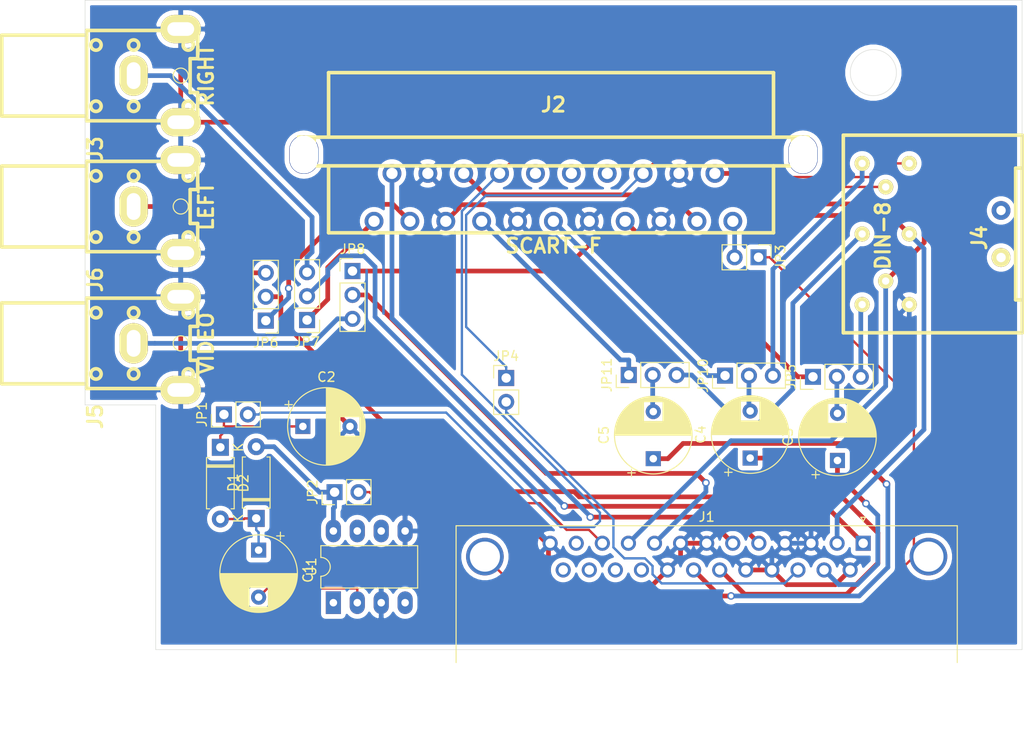
<source format=kicad_pcb>
(kicad_pcb (version 20171130) (host pcbnew "(5.1.5)-3")
  (layers (0 F.Cu signal) (31 B.Cu signal) (34 B.Paste user) (35 F.Paste user) (36 B.SilkS user) (37 F.SilkS user) (38 B.Mask user) (39 F.Mask user) (44 Edge.Cuts user))
  (net 0 "")
  (net 1 GND)
  (net 2 B)
  (net 3 G)
  (net 4 R)
  (net 5 C_VIDEO_OUT)
  (net 6 R_AUDIO_OUT)
  (net 7 L_AUDIO_OUT)
  (net 8 "Net-(C1-Pad2)")
  (net 9 "Net-(C1-Pad1)")
  (net 10 ASPECT_RATIO)
  (net 11 "Net-(D1-Pad2)")
  (net 12 Ys)
  (net 13 AV_CTRL)
  (net 14 C_VIDEO_IN)
  (net 15 R_AUDIO_IN)
  (net 16 L_AUDIO_IN)
  (net 17 R_AUDIO_IN_1)
  (net 18 L_AUDIO_IN_1)
  (net 19 C_VIDEO_IN_1)
  (net 20 "Net-(J2-Pad21)")
  (net 21 "Net-(C2-Pad1)")
  (net 22 RGB_switching)
  (net 23 C_VIDEO_IN_2)
  (net 24 "Net-(C3-Pad2)")
  (net 25 "Net-(C4-Pad2)")
  (net 26 "Net-(C5-Pad2)")
  (net 27 B_1)
  (net 28 G_1)
  (net 29 R_1)
  (net 30 R_AUDIO_IN_2)
  (net 31 G_2)
  (net 32 B_2)
  (net 33 R_2)
  (net 34 L_AUDIO_IN_2)
  (net 35 SHIELD)
  (module Connector_Audio:rca_audio (layer F.Cu) (at 53.6575 101.918 270)
    (fp_text reference J6 (at 7.77748 4.08432 90) (layer F.SilkS) (effects (font (size 1.524 1.524) (thickness 0.3048))))
    (fp_text value LEFT (at 0 -7.69874 90) (layer F.SilkS) (effects (font (size 1.524 1.524) (thickness 0.3048))))
    (pad 1 thru_hole oval (at 0 0) (size 3 4.3) (drill oval 1.45 2.85) (layers *.Cu *.Mask F.SilkS) (net 34 L_AUDIO_IN_2))
    (pad 2 thru_hole oval (at 4.95 -5 270) (size 3 4.3) (drill oval 1.45 2.85) (layers *.Cu *.Mask F.SilkS) (net 1 GND))
    (pad 2 thru_hole oval (at -4.95 -5 270) (size 3 4.3) (drill oval 1.45 2.85) (layers *.Cu *.Mask F.SilkS) (net 1 GND))
  )
  (module Connector_Audio:rca_audio (layer F.Cu) (at 53.6575 116.459 270)
    (fp_text reference J5 (at 7.77748 4.08432 90) (layer F.SilkS) (effects (font (size 1.524 1.524) (thickness 0.3048))))
    (fp_text value VIDEO (at 0 -7.69874 90) (layer F.SilkS) (effects (font (size 1.524 1.524) (thickness 0.3048))))
    (pad 1 thru_hole oval (at 0 0) (size 3 4.3) (drill oval 1.45 2.85) (layers *.Cu *.Mask F.SilkS) (net 23 C_VIDEO_IN_2))
    (pad 2 thru_hole oval (at 4.95 -5 270) (size 3 4.3) (drill oval 1.45 2.85) (layers *.Cu *.Mask F.SilkS) (net 1 GND))
    (pad 2 thru_hole oval (at -4.95 -5 270) (size 3 4.3) (drill oval 1.45 2.85) (layers *.Cu *.Mask F.SilkS) (net 1 GND))
  )
  (module Connector_Audio:rca_audio (layer F.Cu) (at 53.6575 88.011 270)
    (fp_text reference J3 (at 7.77748 4.08432 90) (layer F.SilkS) (effects (font (size 1.524 1.524) (thickness 0.3048))))
    (fp_text value RIGHT (at 0 -7.69874 90) (layer F.SilkS) (effects (font (size 1.524 1.524) (thickness 0.3048))))
    (pad 1 thru_hole oval (at 0 0) (size 3 4.3) (drill oval 1.45 2.85) (layers *.Cu *.Mask F.SilkS) (net 30 R_AUDIO_IN_2))
    (pad 2 thru_hole oval (at 4.95 -5 270) (size 3 4.3) (drill oval 1.45 2.85) (layers *.Cu *.Mask F.SilkS) (net 1 GND))
    (pad 2 thru_hole oval (at -4.95 -5 270) (size 3 4.3) (drill oval 1.45 2.85) (layers *.Cu *.Mask F.SilkS) (net 1 GND))
  )
  (module Connector_DIN:din8_msx (layer F.Cu) (at 136.017 104.838 90)
    (fp_text reference J4 (at -0.3937 7.45236 90) (layer F.SilkS) (effects (font (size 1.524 1.524) (thickness 0.3048))))
    (fp_text value DIN-8 (at -0.18796 -2.79654 90) (layer F.SilkS) (effects (font (size 1.524 1.524) (thickness 0.3048))))
    (pad "" thru_hole circle (at 2.5 9.75 180) (size 2 2) (drill 1) (layers *.Cu *.Mask))
    (pad "" thru_hole circle (at -2.5 9.75 180) (size 2 2) (drill 1) (layers *.Cu *.Mask F.SilkS))
    (pad 5 thru_hole circle (at 5 -2.5 180) (size 1.6 1.6) (drill 0.78) (layers *.Cu *.Mask F.SilkS) (net 22 RGB_switching))
    (pad 4 thru_hole circle (at -5 -2.5 180) (size 1.6 1.6) (drill 0.78) (layers *.Cu *.Mask F.SilkS) (net 5 C_VIDEO_OUT))
    (pad 7 thru_hole circle (at 7.5 -5 180) (size 1.6 1.6) (drill 0.78) (layers *.Cu *.Mask F.SilkS) (net 31 G_2))
    (pad 8 thru_hole circle (at 0 -5 180) (size 1.6 1.6) (drill 0.78) (layers *.Cu *.Mask F.SilkS) (net 32 B_2))
    (pad 6 thru_hole circle (at -7.5 -5 180) (size 1.6 1.6) (drill 0.78) (layers *.Cu *.Mask F.SilkS) (net 33 R_2))
    (pad 1 thru_hole circle (at -7.5 0 180) (size 1.6 1.6) (drill 0.78) (layers *.Cu *.Mask F.SilkS) (net 1 GND))
    (pad 3 thru_hole circle (at 7.5 0 180) (size 1.6 1.6) (drill 0.78) (layers *.Cu *.Mask F.SilkS) (net 10 ASPECT_RATIO))
    (pad 2 thru_hole circle (at 0 0 180) (size 1.6 1.6) (drill 0.78) (layers *.Cu *.Mask F.SilkS) (net 7 L_AUDIO_OUT))
  )
  (module Connector_PinHeader_2.54mm:PinHeader_1x03_P2.54mm_Vertical (layer F.Cu) (at 106.236 119.824 90)
    (fp_text reference JP11 (at 0 -2.33 90) (layer F.SilkS))
    (fp_text value B_1_x_2)
    (pad 3 thru_hole oval (at 0 5.08 90) (size 1.7 1.7) (drill 1) (layers *.Cu *.Mask) (net 32 B_2))
    (pad 2 thru_hole oval (at 0 2.54 90) (size 1.7 1.7) (drill 1) (layers *.Cu *.Mask) (net 26 "Net-(C5-Pad2)"))
    (pad 1 thru_hole rect (at 0 0 90) (size 1.7 1.7) (drill 1) (layers *.Cu *.Mask) (net 27 B_1))
  )
  (module Connector_PinHeader_2.54mm:PinHeader_1x03_P2.54mm_Vertical (layer F.Cu) (at 116.458 119.888 90)
    (fp_text reference JP10 (at 0 -2.33 90) (layer F.SilkS))
    (fp_text value G_1_x_2)
    (pad 3 thru_hole oval (at 0 5.08 90) (size 1.7 1.7) (drill 1) (layers *.Cu *.Mask) (net 31 G_2))
    (pad 2 thru_hole oval (at 0 2.54 90) (size 1.7 1.7) (drill 1) (layers *.Cu *.Mask) (net 25 "Net-(C4-Pad2)"))
    (pad 1 thru_hole rect (at 0 0 90) (size 1.7 1.7) (drill 1) (layers *.Cu *.Mask) (net 28 G_1))
  )
  (module Connector_PinHeader_2.54mm:PinHeader_1x03_P2.54mm_Vertical (layer F.Cu) (at 125.794 120.014 90)
    (fp_text reference JP5 (at 0 -2.33 90) (layer F.SilkS))
    (fp_text value R_1_x_2)
    (pad 3 thru_hole oval (at 0 5.08 90) (size 1.7 1.7) (drill 1) (layers *.Cu *.Mask) (net 33 R_2))
    (pad 2 thru_hole oval (at 0 2.54 90) (size 1.7 1.7) (drill 1) (layers *.Cu *.Mask) (net 24 "Net-(C3-Pad2)"))
    (pad 1 thru_hole rect (at 0 0 90) (size 1.7 1.7) (drill 1) (layers *.Cu *.Mask) (net 29 R_1))
  )
  (module Capacitor_THT:CP_Radial_D8.0mm_P5.00mm (layer F.Cu) (at 108.838 128.714 90)
    (fp_text reference C5 (at 2.5 -5.25 90) (layer F.SilkS))
    (fp_text value 100uF/16v)
    (pad 2 thru_hole circle (at 5 0 90) (size 1.6 1.6) (drill 0.8) (layers *.Cu *.Mask) (net 26 "Net-(C5-Pad2)"))
    (pad 1 thru_hole rect (at 0 0 90) (size 1.6 1.6) (drill 0.8) (layers *.Cu *.Mask) (net 2 B))
  )
  (module Capacitor_THT:CP_Radial_D8.0mm_P5.00mm (layer F.Cu) (at 119.126 128.65 90)
    (fp_text reference C4 (at 2.5 -5.25 90) (layer F.SilkS))
    (fp_text value 100uF/16v)
    (pad 2 thru_hole circle (at 5 0 90) (size 1.6 1.6) (drill 0.8) (layers *.Cu *.Mask) (net 25 "Net-(C4-Pad2)"))
    (pad 1 thru_hole rect (at 0 0 90) (size 1.6 1.6) (drill 0.8) (layers *.Cu *.Mask) (net 3 G))
  )
  (module Capacitor_THT:CP_Radial_D8.0mm_P5.00mm (layer F.Cu) (at 128.396 128.904 90)
    (fp_text reference C3 (at 2.5 -5.25 90) (layer F.SilkS))
    (fp_text value 100uF/16v)
    (pad 2 thru_hole circle (at 5 0 90) (size 1.6 1.6) (drill 0.8) (layers *.Cu *.Mask) (net 24 "Net-(C3-Pad2)"))
    (pad 1 thru_hole rect (at 0 0 90) (size 1.6 1.6) (drill 0.8) (layers *.Cu *.Mask) (net 4 R))
  )
  (module Connector_PinHeader_2.54mm:PinHeader_1x02_P2.54mm_Vertical (layer F.Cu) (at 93.218 120.142)
    (fp_text reference JP4 (at 0 -2.33) (layer F.SilkS))
    (fp_text value RGB_SW)
    (pad 2 thru_hole oval (at 0 2.54) (size 1.7 1.7) (drill 1) (layers *.Cu *.Mask) (net 12 Ys))
    (pad 1 thru_hole rect (at 0 0) (size 1.7 1.7) (drill 1) (layers *.Cu *.Mask) (net 22 RGB_switching))
  )
  (module Connector_PinHeader_2.54mm:PinHeader_1x02_P2.54mm_Vertical (layer F.Cu) (at 63.246 124.016 90)
    (fp_text reference JP1 (at 0 -2.33 90) (layer F.SilkS))
    (fp_text value ASPECTR)
    (pad 2 thru_hole oval (at 0 2.54 90) (size 1.7 1.7) (drill 1) (layers *.Cu *.Mask) (net 10 ASPECT_RATIO))
    (pad 1 thru_hole rect (at 0 0 90) (size 1.7 1.7) (drill 1) (layers *.Cu *.Mask) (net 21 "Net-(C2-Pad1)"))
  )
  (module Package_DIP:DIP-8_W7.62mm_LongPads (layer F.Cu) (at 74.8665 144.018 90)
    (fp_text reference U1 (at 3.81 -2.33 90) (layer F.SilkS))
    (fp_text value ICL7660)
    (pad 8 thru_hole oval (at 7.62 0 90) (size 2.4 1.6) (drill 0.8) (layers *.Cu *.Mask) (net 11 "Net-(D1-Pad2)"))
    (pad 4 thru_hole oval (at 0 7.62 90) (size 2.4 1.6) (drill 0.8) (layers *.Cu *.Mask))
    (pad 7 thru_hole oval (at 7.62 2.54 90) (size 2.4 1.6) (drill 0.8) (layers *.Cu *.Mask))
    (pad 3 thru_hole oval (at 0 5.08 90) (size 2.4 1.6) (drill 0.8) (layers *.Cu *.Mask) (net 1 GND))
    (pad 6 thru_hole oval (at 7.62 5.08 90) (size 2.4 1.6) (drill 0.8) (layers *.Cu *.Mask))
    (pad 2 thru_hole oval (at 0 2.54 90) (size 2.4 1.6) (drill 0.8) (layers *.Cu *.Mask) (net 8 "Net-(C1-Pad2)"))
    (pad 5 thru_hole oval (at 7.62 7.62 90) (size 2.4 1.6) (drill 0.8) (layers *.Cu *.Mask) (net 1 GND))
    (pad 1 thru_hole rect (at 0 0 90) (size 2.4 1.6) (drill 0.8) (layers *.Cu *.Mask))
  )
  (module Connector_PinHeader_2.54mm:PinHeader_1x03_P2.54mm_Vertical (layer F.Cu) (at 76.8985 108.776)
    (fp_text reference JP8 (at 0 -2.33) (layer F.SilkS))
    (fp_text value VIDEO_1x2)
    (pad 3 thru_hole oval (at 0 5.08) (size 1.7 1.7) (drill 1) (layers *.Cu *.Mask) (net 23 C_VIDEO_IN_2))
    (pad 2 thru_hole oval (at 0 2.54) (size 1.7 1.7) (drill 1) (layers *.Cu *.Mask) (net 14 C_VIDEO_IN))
    (pad 1 thru_hole rect (at 0 0) (size 1.7 1.7) (drill 1) (layers *.Cu *.Mask) (net 19 C_VIDEO_IN_1))
  )
  (module Connector_PinHeader_2.54mm:PinHeader_1x03_P2.54mm_Vertical (layer F.Cu) (at 72.0725 113.982 180)
    (fp_text reference JP7 (at 0 -2.33) (layer F.SilkS))
    (fp_text value RIGHT_1x2)
    (pad 3 thru_hole oval (at 0 5.08 180) (size 1.7 1.7) (drill 1) (layers *.Cu *.Mask) (net 30 R_AUDIO_IN_2))
    (pad 2 thru_hole oval (at 0 2.54 180) (size 1.7 1.7) (drill 1) (layers *.Cu *.Mask) (net 15 R_AUDIO_IN))
    (pad 1 thru_hole rect (at 0 0 180) (size 1.7 1.7) (drill 1) (layers *.Cu *.Mask) (net 17 R_AUDIO_IN_1))
  )
  (module Connector_PinHeader_2.54mm:PinHeader_1x03_P2.54mm_Vertical (layer F.Cu) (at 67.691 114.046 180)
    (fp_text reference JP6 (at 0 -2.33) (layer F.SilkS))
    (fp_text value LEFT_1x2)
    (pad 3 thru_hole oval (at 0 5.08 180) (size 1.7 1.7) (drill 1) (layers *.Cu *.Mask) (net 34 L_AUDIO_IN_2))
    (pad 2 thru_hole oval (at 0 2.54 180) (size 1.7 1.7) (drill 1) (layers *.Cu *.Mask) (net 16 L_AUDIO_IN))
    (pad 1 thru_hole rect (at 0 0 180) (size 1.7 1.7) (drill 1) (layers *.Cu *.Mask) (net 18 L_AUDIO_IN_1))
  )
  (module Connector_PinHeader_2.54mm:PinHeader_1x02_P2.54mm_Vertical (layer F.Cu) (at 120.015 107.315 270)
    (fp_text reference JP3 (at 0 -2.33 90) (layer F.SilkS))
    (fp_text value SHLD)
    (pad 2 thru_hole oval (at 0 2.54 270) (size 1.7 1.7) (drill 1) (layers *.Cu *.Mask) (net 20 "Net-(J2-Pad21)"))
    (pad 1 thru_hole rect (at 0 0 270) (size 1.7 1.7) (drill 1) (layers *.Cu *.Mask) (net 35 SHIELD))
  )
  (module Connector_PinHeader_2.54mm:PinHeader_1x02_P2.54mm_Vertical (layer F.Cu) (at 74.9935 132.27 90)
    (fp_text reference JP2 (at 0 -2.33 90) (layer F.SilkS))
    (fp_text value AVCTRL)
    (pad 2 thru_hole oval (at 0 2.54 90) (size 1.7 1.7) (drill 1) (layers *.Cu *.Mask) (net 13 AV_CTRL))
    (pad 1 thru_hole rect (at 0 0 90) (size 1.7 1.7) (drill 1) (layers *.Cu *.Mask) (net 11 "Net-(D1-Pad2)"))
  )
  (module Diode_THT:D_A-405_P7.62mm_Horizontal (layer F.Cu) (at 62.865 127.508 270)
    (fp_text reference D2 (at 3.81 -2.47 90) (layer F.SilkS))
    (fp_text value D)
    (fp_text user K (at 0 -1.9 90) (layer F.SilkS))
    (pad 2 thru_hole oval (at 7.62 0 270) (size 1.8 1.8) (drill 0.9) (layers *.Cu *.Mask) (net 9 "Net-(C1-Pad1)"))
    (pad 1 thru_hole rect (at 0 0 270) (size 1.8 1.8) (drill 0.9) (layers *.Cu *.Mask) (net 21 "Net-(C2-Pad1)"))
  )
  (module Diode_THT:D_A-405_P7.62mm_Horizontal (layer F.Cu) (at 66.675 135.064 90)
    (fp_text reference D1 (at 3.81 -2.47 90) (layer F.SilkS))
    (fp_text value D)
    (fp_text user K (at 0 -1.9 90) (layer F.SilkS))
    (pad 2 thru_hole oval (at 7.62 0 90) (size 1.8 1.8) (drill 0.9) (layers *.Cu *.Mask) (net 11 "Net-(D1-Pad2)"))
    (pad 1 thru_hole rect (at 0 0 90) (size 1.8 1.8) (drill 0.9) (layers *.Cu *.Mask) (net 9 "Net-(C1-Pad1)"))
  )
  (module Capacitor_THT:CP_Radial_D8.0mm_P5.00mm (layer F.Cu) (at 71.628 125.286)
    (fp_text reference C2 (at 2.5 -5.25) (layer F.SilkS))
    (fp_text value 10uF)
    (pad 2 thru_hole circle (at 5 0) (size 1.6 1.6) (drill 0.8) (layers *.Cu *.Mask) (net 1 GND))
    (pad 1 thru_hole rect (at 0 0) (size 1.6 1.6) (drill 0.8) (layers *.Cu *.Mask) (net 21 "Net-(C2-Pad1)"))
  )
  (module Capacitor_THT:CP_Radial_D8.0mm_P5.00mm (layer F.Cu) (at 66.929 138.43 270)
    (fp_text reference C1 (at 2.5 -5.25 90) (layer F.SilkS))
    (fp_text value 10uF)
    (pad 2 thru_hole circle (at 5 0 270) (size 1.6 1.6) (drill 0.8) (layers *.Cu *.Mask) (net 8 "Net-(C1-Pad2)"))
    (pad 1 thru_hole rect (at 0 0 270) (size 1.6 1.6) (drill 0.8) (layers *.Cu *.Mask) (net 9 "Net-(C1-Pad1)"))
  )
  (module Connector_Coaxial:SCART (layer F.Cu) (at 98.2345 96.2025 180)
    (fp_text reference J2 (at 0 5.10032) (layer F.SilkS) (effects (font (size 1.524 1.524) (thickness 0.3048))))
    (fp_text value SCART-F (at 0 -9.906) (layer F.SilkS) (effects (font (size 1.524 1.524) (thickness 0.3048))))
    (pad 1 thru_hole circle (at 19.05 -7.27964 180) (size 1.99898 1.99898) (drill 1.19888) (layers *.Cu *.Mask) (net 17 R_AUDIO_IN_1))
    (pad 2 thru_hole circle (at 17.145 -2.19964 180) (size 1.99898 1.99898) (drill 1.19888) (layers *.Cu *.Mask) (net 6 R_AUDIO_OUT))
    (pad 3 thru_hole circle (at 15.24 -7.27964 180) (size 1.99898 1.99898) (drill 1.19888) (layers *.Cu *.Mask) (net 18 L_AUDIO_IN_1))
    (pad 4 thru_hole circle (at 13.335 -2.19964 180) (size 1.99898 1.99898) (drill 1.19888) (layers *.Cu *.Mask) (net 1 GND))
    (pad 5 thru_hole circle (at 11.43 -7.27964 180) (size 1.99898 1.99898) (drill 1.19888) (layers *.Cu *.Mask) (net 1 GND))
    (pad 6 thru_hole circle (at 9.525 -2.19964 180) (size 1.99898 1.99898) (drill 1.19888) (layers *.Cu *.Mask) (net 7 L_AUDIO_OUT))
    (pad 7 thru_hole circle (at 7.62 -7.27964 180) (size 1.99898 1.99898) (drill 1.19888) (layers *.Cu *.Mask) (net 27 B_1))
    (pad 8 thru_hole circle (at 5.715 -2.19964 180) (size 1.99898 1.99898) (drill 1.19888) (layers *.Cu *.Mask) (net 10 ASPECT_RATIO))
    (pad 9 thru_hole circle (at 3.81 -7.27964 180) (size 1.99898 1.99898) (drill 1.19888) (layers *.Cu *.Mask) (net 1 GND))
    (pad 10 thru_hole circle (at 1.905 -2.19964 180) (size 1.99898 1.99898) (drill 1.19888) (layers *.Cu *.Mask))
    (pad 11 thru_hole circle (at 0 -7.27964 180) (size 1.99898 1.99898) (drill 1.19888) (layers *.Cu *.Mask) (net 28 G_1))
    (pad 12 thru_hole circle (at -1.905 -2.19964 180) (size 1.99898 1.99898) (drill 1.19888) (layers *.Cu *.Mask))
    (pad 13 thru_hole circle (at -3.81 -7.27964 180) (size 1.99898 1.99898) (drill 1.19888) (layers *.Cu *.Mask) (net 1 GND))
    (pad 14 thru_hole circle (at -5.715 -2.19964 180) (size 1.99898 1.99898) (drill 1.19888) (layers *.Cu *.Mask))
    (pad 15 thru_hole circle (at -7.62 -7.27964 180) (size 1.99898 1.99898) (drill 1.19888) (layers *.Cu *.Mask) (net 29 R_1))
    (pad 16 thru_hole circle (at -9.525 -2.19964 180) (size 1.99898 1.99898) (drill 1.19888) (layers *.Cu *.Mask) (net 22 RGB_switching))
    (pad 17 thru_hole circle (at -11.43 -7.27964 180) (size 1.99898 1.99898) (drill 1.19888) (layers *.Cu *.Mask) (net 1 GND))
    (pad 18 thru_hole circle (at -13.335 -2.19964 180) (size 1.99898 1.99898) (drill 1.19888) (layers *.Cu *.Mask) (net 1 GND))
    (pad 19 thru_hole circle (at -15.24 -7.27964 180) (size 1.99898 1.99898) (drill 1.19888) (layers *.Cu *.Mask) (net 19 C_VIDEO_IN_1))
    (pad 20 thru_hole circle (at -17.145 -2.19964 180) (size 1.99898 1.99898) (drill 1.19888) (layers *.Cu *.Mask) (net 5 C_VIDEO_OUT))
    (pad 21 thru_hole circle (at -19.05 -7.27964 180) (size 1.99898 1.99898) (drill 1.19888) (layers *.Cu *.Mask) (net 20 "Net-(J2-Pad21)"))
    (pad "" thru_hole oval (at 26.49982 -0.20066 180) (size 3.1 4.1) (drill oval 3 4) (layers *.Cu *.Mask))
    (pad "" thru_hole oval (at -26.49982 -0.20066 180) (size 3.1 4.1) (drill oval 3 4) (layers *.Cu *.Mask))
  )
  (module Connector_Dsub:DSUB-25_Female_Horizontal_P2.77x2.84mm_EdgePinOffset9.90mm_Housed_MountingHolesOffset11.32mm (layer F.Cu) (at 131.128 137.7)
    (fp_text reference J1 (at -16.62 -2.8) (layer F.SilkS))
    (fp_text value DB25_Female_MountingHoles)
    (pad 0 thru_hole circle (at 6.93 1.42) (size 4 4) (drill 3.2) (layers *.Cu *.Mask) (net 35 SHIELD))
    (pad 0 thru_hole circle (at -40.17 1.42) (size 4 4) (drill 3.2) (layers *.Cu *.Mask) (net 35 SHIELD))
    (pad 25 thru_hole circle (at -31.855 2.84) (size 1.6 1.6) (drill 1) (layers *.Cu *.Mask))
    (pad 24 thru_hole circle (at -29.085 2.84) (size 1.6 1.6) (drill 1) (layers *.Cu *.Mask))
    (pad 23 thru_hole circle (at -26.315 2.84) (size 1.6 1.6) (drill 1) (layers *.Cu *.Mask))
    (pad 22 thru_hole circle (at -23.545 2.84) (size 1.6 1.6) (drill 1) (layers *.Cu *.Mask))
    (pad 21 thru_hole circle (at -20.775 2.84) (size 1.6 1.6) (drill 1) (layers *.Cu *.Mask) (net 1 GND))
    (pad 20 thru_hole circle (at -18.005 2.84) (size 1.6 1.6) (drill 1) (layers *.Cu *.Mask) (net 2 B))
    (pad 19 thru_hole circle (at -15.235 2.84) (size 1.6 1.6) (drill 1) (layers *.Cu *.Mask) (net 3 G))
    (pad 18 thru_hole circle (at -12.465 2.84) (size 1.6 1.6) (drill 1) (layers *.Cu *.Mask) (net 1 GND))
    (pad 17 thru_hole circle (at -9.695 2.84) (size 1.6 1.6) (drill 1) (layers *.Cu *.Mask) (net 1 GND))
    (pad 16 thru_hole circle (at -6.925 2.84) (size 1.6 1.6) (drill 1) (layers *.Cu *.Mask) (net 12 Ys))
    (pad 15 thru_hole circle (at -4.155 2.84) (size 1.6 1.6) (drill 1) (layers *.Cu *.Mask) (net 4 R))
    (pad 14 thru_hole circle (at -1.385 2.84) (size 1.6 1.6) (drill 1) (layers *.Cu *.Mask) (net 1 GND))
    (pad 13 thru_hole circle (at -33.24 0) (size 1.6 1.6) (drill 1) (layers *.Cu *.Mask) (net 1 GND))
    (pad 12 thru_hole circle (at -30.47 0) (size 1.6 1.6) (drill 1) (layers *.Cu *.Mask))
    (pad 11 thru_hole circle (at -27.7 0) (size 1.6 1.6) (drill 1) (layers *.Cu *.Mask) (net 13 AV_CTRL))
    (pad 10 thru_hole circle (at -24.93 0) (size 1.6 1.6) (drill 1) (layers *.Cu *.Mask) (net 5 C_VIDEO_OUT))
    (pad 9 thru_hole circle (at -22.16 0) (size 1.6 1.6) (drill 1) (layers *.Cu *.Mask) (net 14 C_VIDEO_IN))
    (pad 8 thru_hole circle (at -19.39 0) (size 1.6 1.6) (drill 1) (layers *.Cu *.Mask) (net 1 GND))
    (pad 7 thru_hole circle (at -16.62 0) (size 1.6 1.6) (drill 1) (layers *.Cu *.Mask) (net 1 GND))
    (pad 6 thru_hole circle (at -13.85 0) (size 1.6 1.6) (drill 1) (layers *.Cu *.Mask) (net 6 R_AUDIO_OUT))
    (pad 5 thru_hole circle (at -11.08 0) (size 1.6 1.6) (drill 1) (layers *.Cu *.Mask) (net 15 R_AUDIO_IN))
    (pad 4 thru_hole circle (at -8.31 0) (size 1.6 1.6) (drill 1) (layers *.Cu *.Mask) (net 1 GND))
    (pad 3 thru_hole circle (at -5.54 0) (size 1.6 1.6) (drill 1) (layers *.Cu *.Mask) (net 1 GND))
    (pad 2 thru_hole circle (at -2.77 0) (size 1.6 1.6) (drill 1) (layers *.Cu *.Mask) (net 7 L_AUDIO_OUT))
    (pad 1 thru_hole rect (at 0 0) (size 1.6 1.6) (drill 1) (layers *.Cu *.Mask) (net 16 L_AUDIO_IN))
  )
  (gr_circle (center 132.207 87.6935) (end 134.3025 88.9635) (layer Edge.Cuts) (width 0.05))
  (gr_line (start 48.5 123) (end 48.5 80) (layer Edge.Cuts) (width 0.05))
  (gr_line (start 56 123) (end 48.5 123) (layer Edge.Cuts) (width 0.05))
  (gr_line (start 56 149) (end 56 123) (layer Edge.Cuts) (width 0.05))
  (gr_line (start 148 149) (end 56 149) (layer Edge.Cuts) (width 0.05))
  (gr_line (start 148 80) (end 148 149) (layer Edge.Cuts) (width 0.05))
  (gr_line (start 48.5 80) (end 148 80) (layer Edge.Cuts) (width 0.05))
  (segment (start 125.588 137.7) (end 122.818 137.7) (width 0.5) (layer B.Cu) (net 1))
  (segment (start 136.017 112.338) (end 136.017 125.5715) (width 0.5) (layer B.Cu) (net 1))
  (segment (start 136.017 125.5715) (end 125.588 136.0005) (width 0.5) (layer B.Cu) (net 1))
  (segment (start 125.588 136.0005) (end 125.588 137.7) (width 0.5) (layer B.Cu) (net 1))
  (segment (start 82.4865 136.398) (end 82.4865 138.3483) (width 0.5) (layer B.Cu) (net 1))
  (segment (start 82.4865 138.3483) (end 79.9465 140.8883) (width 0.5) (layer B.Cu) (net 1))
  (segment (start 79.9465 140.8883) (end 79.9465 144.018) (width 0.5) (layer B.Cu) (net 1))
  (segment (start 76.628 125.286) (end 82.4865 131.1445) (width 0.5) (layer B.Cu) (net 1))
  (segment (start 82.4865 131.1445) (end 82.4865 136.398) (width 0.5) (layer B.Cu) (net 1))
  (segment (start 58.6575 106.868) (end 58.6575 99.2183) (width 0.5) (layer B.Cu) (net 1))
  (segment (start 58.6575 111.509) (end 58.6575 106.868) (width 0.5) (layer B.Cu) (net 1))
  (segment (start 58.6575 96.968) (end 58.6575 99.2183) (width 0.5) (layer B.Cu) (net 1))
  (segment (start 111.738 137.7) (end 111.738 139.155) (width 0.5) (layer F.Cu) (net 1))
  (segment (start 111.738 139.155) (end 110.353 140.54) (width 0.5) (layer F.Cu) (net 1))
  (segment (start 114.508 137.7) (end 111.738 137.7) (width 0.5) (layer F.Cu) (net 1))
  (segment (start 121.433 140.54) (end 122.995 142.102) (width 0.5) (layer F.Cu) (net 1))
  (segment (start 122.995 142.102) (end 128.181 142.102) (width 0.5) (layer F.Cu) (net 1))
  (segment (start 128.181 142.102) (end 129.743 140.54) (width 0.5) (layer F.Cu) (net 1))
  (segment (start 118.663 140.54) (end 121.433 140.54) (width 0.5) (layer F.Cu) (net 1))
  (segment (start 108.077 101.8946) (end 107.9135 101.7311) (width 0.5) (layer B.Cu) (net 1))
  (segment (start 107.9135 101.7311) (end 103.7955 101.7311) (width 0.5) (layer B.Cu) (net 1))
  (segment (start 103.7955 101.7311) (end 102.0445 103.4821) (width 0.5) (layer B.Cu) (net 1))
  (segment (start 109.6645 103.4821) (end 108.077 101.8946) (width 0.5) (layer B.Cu) (net 1))
  (segment (start 108.077 101.8946) (end 111.5695 98.4021) (width 0.5) (layer B.Cu) (net 1))
  (segment (start 94.4245 103.4821) (end 96.1744 101.7322) (width 0.5) (layer B.Cu) (net 1))
  (segment (start 96.1744 101.7322) (end 100.2946 101.7322) (width 0.5) (layer B.Cu) (net 1))
  (segment (start 100.2946 101.7322) (end 102.0445 103.4821) (width 0.5) (layer B.Cu) (net 1))
  (segment (start 97.7066 137.8814) (end 97.888 137.7) (width 0.5) (layer F.Cu) (net 1))
  (segment (start 110.353 140.54) (end 108.759 142.134) (width 0.5) (layer F.Cu) (net 1))
  (segment (start 108.759 142.134) (end 98.6661 142.134) (width 0.5) (layer F.Cu) (net 1))
  (segment (start 98.6661 142.134) (end 97.7066 141.1745) (width 0.5) (layer F.Cu) (net 1))
  (segment (start 97.7066 141.1745) (end 97.7066 137.8814) (width 0.5) (layer F.Cu) (net 1))
  (segment (start 97.7066 137.8814) (end 94.2729 134.4477) (width 0.5) (layer F.Cu) (net 1))
  (segment (start 94.2729 134.4477) (end 82.4865 134.4477) (width 0.5) (layer F.Cu) (net 1))
  (segment (start 82.4865 136.398) (end 82.4865 134.4477) (width 0.5) (layer F.Cu) (net 1))
  (segment (start 122.5293 137.9887) (end 120.6901 136.1495) (width 0.5) (layer B.Cu) (net 1))
  (segment (start 120.6901 136.1495) (end 116.0585 136.1495) (width 0.5) (layer B.Cu) (net 1))
  (segment (start 116.0585 136.1495) (end 114.508 137.7) (width 0.5) (layer B.Cu) (net 1))
  (segment (start 122.5293 137.9887) (end 122.818 137.7) (width 0.5) (layer B.Cu) (net 1))
  (segment (start 121.433 140.54) (end 121.433 139.085) (width 0.5) (layer B.Cu) (net 1))
  (segment (start 121.433 139.085) (end 122.5293 137.9887) (width 0.5) (layer B.Cu) (net 1))
  (segment (start 58.6575 92.961) (end 79.4584 92.961) (width 0.5) (layer F.Cu) (net 1))
  (segment (start 79.4584 92.961) (end 84.8995 98.4021) (width 0.5) (layer F.Cu) (net 1))
  (segment (start 58.6575 83.061) (end 58.6575 92.961) (width 0.5) (layer F.Cu) (net 1))
  (segment (start 58.6575 92.961) (end 58.6575 96.968) (width 0.5) (layer B.Cu) (net 1))
  (segment (start 58.6575 121.409) (end 58.6575 113.7593) (width 0.5) (layer F.Cu) (net 1))
  (segment (start 58.6575 111.509) (end 58.6575 113.7593) (width 0.5) (layer F.Cu) (net 1))
  (segment (start 76.628 125.286) (end 72.751 121.409) (width 0.5) (layer F.Cu) (net 1))
  (segment (start 72.751 121.409) (end 58.6575 121.409) (width 0.5) (layer F.Cu) (net 1))
  (segment (start 88.2268 101.7294) (end 88.2268 102.0598) (width 0.5) (layer F.Cu) (net 1))
  (segment (start 88.2268 102.0598) (end 86.8045 103.4821) (width 0.5) (layer F.Cu) (net 1))
  (segment (start 88.2268 101.7294) (end 84.8995 98.4021) (width 0.5) (layer F.Cu) (net 1))
  (segment (start 94.4245 103.4821) (end 92.6718 101.7294) (width 0.5) (layer F.Cu) (net 1))
  (segment (start 92.6718 101.7294) (end 88.2268 101.7294) (width 0.5) (layer F.Cu) (net 1))
  (segment (start 133.6033 131.4108) (end 129.2895 127.097) (width 0.5) (layer F.Cu) (net 2))
  (segment (start 129.2895 127.097) (end 112.0053 127.097) (width 0.5) (layer F.Cu) (net 2))
  (segment (start 112.0053 127.097) (end 110.3883 128.714) (width 0.5) (layer F.Cu) (net 2))
  (segment (start 117.0967 143.3033) (end 130.6998 143.3033) (width 0.5) (layer B.Cu) (net 2))
  (segment (start 130.6998 143.3033) (end 133.7493 140.2538) (width 0.5) (layer B.Cu) (net 2))
  (segment (start 133.7493 140.2538) (end 133.7493 131.5568) (width 0.5) (layer B.Cu) (net 2))
  (segment (start 133.7493 131.5568) (end 133.6033 131.4108) (width 0.5) (layer B.Cu) (net 2))
  (segment (start 108.838 128.714) (end 110.3883 128.714) (width 0.5) (layer F.Cu) (net 2))
  (segment (start 113.123 140.54) (end 115.8863 143.3033) (width 0.5) (layer F.Cu) (net 2))
  (segment (start 115.8863 143.3033) (end 117.0967 143.3033) (width 0.5) (layer F.Cu) (net 2))
  (via (at 133.6033 131.4108) (size 0.8) (drill 0.5) (layers F.Cu B.Cu) (net 2))
  (via (at 117.0967 143.3033) (size 0.8) (drill 0.5) (layers F.Cu B.Cu) (net 2))
  (segment (start 115.893 140.54) (end 115.9603 140.54) (width 0.5) (layer F.Cu) (net 3))
  (segment (start 115.9603 140.54) (end 118.5358 143.1155) (width 0.5) (layer F.Cu) (net 3))
  (segment (start 118.5358 143.1155) (end 129.3801 143.1155) (width 0.5) (layer F.Cu) (net 3))
  (segment (start 129.3801 143.1155) (end 132.689 139.8066) (width 0.5) (layer F.Cu) (net 3))
  (segment (start 132.689 139.8066) (end 132.689 136.5999) (width 0.5) (layer F.Cu) (net 3))
  (segment (start 132.689 136.5999) (end 124.7391 128.65) (width 0.5) (layer F.Cu) (net 3))
  (segment (start 124.7391 128.65) (end 119.126 128.65) (width 0.5) (layer F.Cu) (net 3))
  (segment (start 131.4236 133.4819) (end 128.396 130.4543) (width 0.5) (layer F.Cu) (net 4))
  (segment (start 126.973 140.54) (end 128.5244 142.0914) (width 0.5) (layer B.Cu) (net 4))
  (segment (start 128.5244 142.0914) (end 130.497 142.0914) (width 0.5) (layer B.Cu) (net 4))
  (segment (start 130.497 142.0914) (end 132.6784 139.91) (width 0.5) (layer B.Cu) (net 4))
  (segment (start 132.6784 139.91) (end 132.6784 134.7367) (width 0.5) (layer B.Cu) (net 4))
  (segment (start 132.6784 134.7367) (end 131.4236 133.4819) (width 0.5) (layer B.Cu) (net 4))
  (segment (start 128.396 128.904) (end 128.396 130.4543) (width 0.5) (layer F.Cu) (net 4))
  (via (at 131.4236 133.4819) (size 0.8) (drill 0.5) (layers F.Cu B.Cu) (net 4))
  (segment (start 133.517 109.838) (end 137.6101 105.7449) (width 0.5) (layer F.Cu) (net 5))
  (segment (start 137.6101 105.7449) (end 137.6101 104.1387) (width 0.5) (layer F.Cu) (net 5))
  (segment (start 137.6101 104.1387) (end 135.1177 101.6463) (width 0.5) (layer F.Cu) (net 5))
  (segment (start 135.1177 101.6463) (end 121.3185 101.6463) (width 0.5) (layer F.Cu) (net 5))
  (segment (start 121.3185 101.6463) (end 118.0743 98.4021) (width 0.5) (layer F.Cu) (net 5))
  (segment (start 118.0743 98.4021) (end 115.3795 98.4021) (width 0.5) (layer F.Cu) (net 5))
  (segment (start 106.198 137.7) (end 117.0879 126.8101) (width 0.5) (layer B.Cu) (net 5))
  (segment (start 117.0879 126.8101) (end 127.7208 126.8101) (width 0.5) (layer B.Cu) (net 5))
  (segment (start 127.7208 126.8101) (end 133.517 121.0139) (width 0.5) (layer B.Cu) (net 5))
  (segment (start 133.517 121.0139) (end 133.517 109.838) (width 0.5) (layer B.Cu) (net 5))
  (segment (start 102.1485 134.9248) (end 102.1485 134.8465) (width 0.5) (layer B.Cu) (net 6))
  (segment (start 102.1485 134.8465) (end 81.0895 113.7875) (width 0.5) (layer B.Cu) (net 6))
  (segment (start 81.0895 113.7875) (end 81.0895 98.4021) (width 0.5) (layer B.Cu) (net 6))
  (segment (start 117.278 137.7) (end 114.5028 134.9248) (width 0.5) (layer F.Cu) (net 6))
  (segment (start 114.5028 134.9248) (end 102.1485 134.9248) (width 0.5) (layer F.Cu) (net 6))
  (via (at 102.1485 134.9248) (size 0.8) (drill 0.5) (layers F.Cu B.Cu) (net 6))
  (segment (start 136.017 104.838) (end 134.0512 102.8722) (width 0.5) (layer F.Cu) (net 7))
  (segment (start 134.0512 102.8722) (end 119.8496 102.8722) (width 0.5) (layer F.Cu) (net 7))
  (segment (start 119.8496 102.8722) (end 117.6562 100.6788) (width 0.5) (layer F.Cu) (net 7))
  (segment (start 117.6562 100.6788) (end 90.9862 100.6788) (width 0.5) (layer F.Cu) (net 7))
  (segment (start 90.9862 100.6788) (end 88.7095 98.4021) (width 0.5) (layer F.Cu) (net 7))
  (segment (start 128.358 137.7) (end 128.358 134.8521) (width 0.5) (layer B.Cu) (net 7))
  (segment (start 128.358 134.8521) (end 137.5798 125.6303) (width 0.5) (layer B.Cu) (net 7))
  (segment (start 137.5798 125.6303) (end 137.5798 106.4008) (width 0.5) (layer B.Cu) (net 7))
  (segment (start 137.5798 106.4008) (end 136.017 104.838) (width 0.5) (layer B.Cu) (net 7))
  (segment (start 77.4065 144.018) (end 77.4065 142.4927) (width 0.25) (layer F.Cu) (net 8))
  (segment (start 77.4065 142.4927) (end 67.8663 142.4927) (width 0.25) (layer F.Cu) (net 8))
  (segment (start 67.8663 142.4927) (end 66.929 143.43) (width 0.25) (layer F.Cu) (net 8))
  (segment (start 66.675 135.064) (end 66.675 136.2893) (width 0.25) (layer B.Cu) (net 9))
  (segment (start 66.675 136.2893) (end 66.929 136.5433) (width 0.25) (layer B.Cu) (net 9))
  (segment (start 66.929 136.5433) (end 66.929 138.43) (width 0.25) (layer B.Cu) (net 9))
  (segment (start 66.675 135.064) (end 65.4497 135.064) (width 0.25) (layer F.Cu) (net 9))
  (segment (start 62.865 135.128) (end 65.3857 135.128) (width 0.25) (layer F.Cu) (net 9))
  (segment (start 65.3857 135.128) (end 65.4497 135.064) (width 0.25) (layer F.Cu) (net 9))
  (segment (start 92.5195 98.4021) (end 94.5955 96.3261) (width 0.25) (layer F.Cu) (net 10))
  (segment (start 94.5955 96.3261) (end 119.6036 96.3261) (width 0.25) (layer F.Cu) (net 10))
  (segment (start 119.6036 96.3261) (end 122.0643 98.7868) (width 0.25) (layer F.Cu) (net 10))
  (segment (start 122.0643 98.7868) (end 132.3682 98.7868) (width 0.25) (layer F.Cu) (net 10))
  (segment (start 132.3682 98.7868) (end 133.817 97.338) (width 0.25) (layer F.Cu) (net 10))
  (segment (start 133.817 97.338) (end 136.017 97.338) (width 0.25) (layer F.Cu) (net 10))
  (segment (start 66.9613 124.016) (end 67.1566 123.8207) (width 0.25) (layer B.Cu) (net 10))
  (segment (start 67.1566 123.8207) (end 86.8437 123.8207) (width 0.25) (layer B.Cu) (net 10))
  (segment (start 86.8437 123.8207) (end 98.9979 135.9749) (width 0.25) (layer B.Cu) (net 10))
  (segment (start 98.9979 135.9749) (end 102.5484 135.9749) (width 0.25) (layer B.Cu) (net 10))
  (segment (start 102.5484 135.9749) (end 103.1738 135.3495) (width 0.25) (layer B.Cu) (net 10))
  (segment (start 103.1738 135.3495) (end 103.1738 134.4499) (width 0.25) (layer B.Cu) (net 10))
  (segment (start 103.1738 134.4499) (end 103.1737 134.4499) (width 0.25) (layer B.Cu) (net 10))
  (segment (start 103.1737 134.4499) (end 88.5139 119.7901) (width 0.25) (layer B.Cu) (net 10))
  (segment (start 88.5139 119.7901) (end 88.5139 102.4077) (width 0.25) (layer B.Cu) (net 10))
  (segment (start 88.5139 102.4077) (end 92.5195 98.4021) (width 0.25) (layer B.Cu) (net 10))
  (segment (start 65.786 124.016) (end 66.9613 124.016) (width 0.25) (layer B.Cu) (net 10))
  (segment (start 74.9935 132.27) (end 74.9935 133.8703) (width 0.5) (layer B.Cu) (net 11))
  (segment (start 74.8665 136.398) (end 74.8665 133.9973) (width 0.5) (layer B.Cu) (net 11))
  (segment (start 74.8665 133.9973) (end 74.9935 133.8703) (width 0.5) (layer B.Cu) (net 11))
  (segment (start 74.9935 132.27) (end 73.3932 132.27) (width 0.5) (layer B.Cu) (net 11))
  (segment (start 66.675 127.444) (end 68.5672 127.444) (width 0.5) (layer B.Cu) (net 11))
  (segment (start 68.5672 127.444) (end 73.3932 132.27) (width 0.5) (layer B.Cu) (net 11))
  (segment (start 124.203 140.54) (end 122.7776 141.9654) (width 0.25) (layer B.Cu) (net 12))
  (segment (start 122.7776 141.9654) (end 109.7259 141.9654) (width 0.25) (layer B.Cu) (net 12))
  (segment (start 109.7259 141.9654) (end 108.761 141.0005) (width 0.25) (layer B.Cu) (net 12))
  (segment (start 108.761 141.0005) (end 108.761 140.116) (width 0.25) (layer B.Cu) (net 12))
  (segment (start 108.761 140.116) (end 107.95 139.305) (width 0.25) (layer B.Cu) (net 12))
  (segment (start 107.95 139.305) (end 105.772 139.305) (width 0.25) (layer B.Cu) (net 12))
  (segment (start 105.772 139.305) (end 104.606 138.139) (width 0.25) (layer B.Cu) (net 12))
  (segment (start 104.606 138.139) (end 104.606 135.136) (width 0.25) (layer B.Cu) (net 12))
  (segment (start 104.606 135.136) (end 93.3273 123.8573) (width 0.25) (layer B.Cu) (net 12))
  (segment (start 93.3273 123.8573) (end 93.218 123.8573) (width 0.25) (layer B.Cu) (net 12))
  (segment (start 93.218 122.682) (end 93.218 123.8573) (width 0.25) (layer B.Cu) (net 12))
  (segment (start 77.5335 132.27) (end 78.7088 132.27) (width 0.25) (layer F.Cu) (net 13))
  (segment (start 103.428 137.7) (end 102.0026 136.2746) (width 0.25) (layer F.Cu) (net 13))
  (segment (start 102.0026 136.2746) (end 99.6281 136.2746) (width 0.25) (layer F.Cu) (net 13))
  (segment (start 99.6281 136.2746) (end 96.7988 133.4453) (width 0.25) (layer F.Cu) (net 13))
  (segment (start 96.7988 133.4453) (end 79.8841 133.4453) (width 0.25) (layer F.Cu) (net 13))
  (segment (start 79.8841 133.4453) (end 78.7088 132.27) (width 0.25) (layer F.Cu) (net 13))
  (segment (start 114.4265 131.2777) (end 113.4263 130.2775) (width 0.5) (layer F.Cu) (net 14))
  (segment (start 113.4263 130.2775) (end 97.4603 130.2775) (width 0.5) (layer F.Cu) (net 14))
  (segment (start 97.4603 130.2775) (end 78.4988 111.316) (width 0.5) (layer F.Cu) (net 14))
  (segment (start 76.8985 111.316) (end 78.4988 111.316) (width 0.5) (layer F.Cu) (net 14))
  (segment (start 108.968 137.7) (end 114.4265 132.2415) (width 0.5) (layer B.Cu) (net 14))
  (segment (start 114.4265 132.2415) (end 114.4265 131.2777) (width 0.5) (layer B.Cu) (net 14))
  (via (at 114.4265 131.2777) (size 0.8) (drill 0.5) (layers F.Cu B.Cu) (net 14))
  (segment (start 120.048 137.7) (end 116.1225 133.7745) (width 0.5) (layer F.Cu) (net 15))
  (segment (start 116.1225 133.7745) (end 99.4227 133.7745) (width 0.5) (layer F.Cu) (net 15))
  (segment (start 99.4227 133.7745) (end 99.3918 133.7436) (width 0.5) (layer F.Cu) (net 15))
  (segment (start 72.0725 111.442) (end 74.2706 109.2439) (width 0.5) (layer B.Cu) (net 15))
  (segment (start 74.2706 109.2439) (end 74.2706 108.6136) (width 0.5) (layer B.Cu) (net 15))
  (segment (start 74.2706 108.6136) (end 75.7271 107.1571) (width 0.5) (layer B.Cu) (net 15))
  (segment (start 75.7271 107.1571) (end 78.1142 107.1571) (width 0.5) (layer B.Cu) (net 15))
  (segment (start 78.1142 107.1571) (end 79.294 108.3369) (width 0.5) (layer B.Cu) (net 15))
  (segment (start 79.294 108.3369) (end 79.294 113.6458) (width 0.5) (layer B.Cu) (net 15))
  (segment (start 79.294 113.6458) (end 99.3918 133.7436) (width 0.5) (layer B.Cu) (net 15))
  (via (at 99.3918 133.7436) (size 0.8) (drill 0.5) (layers F.Cu B.Cu) (net 15))
  (segment (start 131.128 137.7) (end 126.2022 132.7742) (width 0.5) (layer F.Cu) (net 16))
  (segment (start 126.2022 132.7742) (end 100.9824 132.7742) (width 0.5) (layer F.Cu) (net 16))
  (segment (start 100.9824 132.7742) (end 100.4282 132.22) (width 0.5) (layer F.Cu) (net 16))
  (segment (start 100.4282 132.22) (end 87.5369 132.22) (width 0.5) (layer F.Cu) (net 16))
  (segment (start 87.5369 132.22) (end 69.2913 113.9744) (width 0.5) (layer F.Cu) (net 16))
  (segment (start 69.2913 113.9744) (end 69.2913 111.506) (width 0.5) (layer F.Cu) (net 16))
  (segment (start 67.691 111.506) (end 69.2913 111.506) (width 0.5) (layer F.Cu) (net 16))
  (segment (start 79.1845 103.4821) (end 74.2706 108.396) (width 0.5) (layer F.Cu) (net 17))
  (segment (start 74.2706 108.396) (end 74.2706 111.7839) (width 0.5) (layer F.Cu) (net 17))
  (segment (start 74.2706 111.7839) (end 72.0725 113.982) (width 0.5) (layer F.Cu) (net 17))
  (segment (start 70.1228 110.6156) (end 70.1228 111.6142) (width 0.5) (layer B.Cu) (net 18))
  (segment (start 70.1228 111.6142) (end 67.691 114.046) (width 0.5) (layer B.Cu) (net 18))
  (segment (start 82.9945 103.4821) (end 81.2026 101.6902) (width 0.5) (layer F.Cu) (net 18))
  (segment (start 81.2026 101.6902) (end 76.9545 101.6902) (width 0.5) (layer F.Cu) (net 18))
  (segment (start 76.9545 101.6902) (end 70.1228 108.5219) (width 0.5) (layer F.Cu) (net 18))
  (segment (start 70.1228 108.5219) (end 70.1228 110.6156) (width 0.5) (layer F.Cu) (net 18))
  (via (at 70.1228 110.6156) (size 0.8) (drill 0.5) (layers F.Cu B.Cu) (net 18))
  (segment (start 113.4745 103.4821) (end 111.6716 101.6792) (width 0.5) (layer F.Cu) (net 19))
  (segment (start 111.6716 101.6792) (end 105.1814 101.6792) (width 0.5) (layer F.Cu) (net 19))
  (segment (start 105.1814 101.6792) (end 103.9495 102.9111) (width 0.5) (layer F.Cu) (net 19))
  (segment (start 103.9495 102.9111) (end 103.9495 104.0716) (width 0.5) (layer F.Cu) (net 19))
  (segment (start 103.9495 104.0716) (end 99.2451 108.776) (width 0.5) (layer F.Cu) (net 19))
  (segment (start 99.2451 108.776) (end 76.8985 108.776) (width 0.5) (layer F.Cu) (net 19))
  (segment (start 117.2845 103.4821) (end 117.475 103.6726) (width 0.5) (layer B.Cu) (net 20))
  (segment (start 117.475 103.6726) (end 117.475 107.315) (width 0.5) (layer B.Cu) (net 20))
  (segment (start 63.246 125.286) (end 63.246 124.016) (width 0.25) (layer F.Cu) (net 21))
  (segment (start 62.865 126.2827) (end 63.246 125.9017) (width 0.25) (layer F.Cu) (net 21))
  (segment (start 63.246 125.9017) (end 63.246 125.286) (width 0.25) (layer F.Cu) (net 21))
  (segment (start 63.246 125.286) (end 70.5027 125.286) (width 0.25) (layer F.Cu) (net 21))
  (segment (start 71.628 125.286) (end 70.5027 125.286) (width 0.25) (layer F.Cu) (net 21))
  (segment (start 62.865 127.508) (end 62.865 126.2827) (width 0.25) (layer F.Cu) (net 21))
  (segment (start 107.7595 98.4021) (end 109.3851 96.7765) (width 0.25) (layer F.Cu) (net 22))
  (segment (start 109.3851 96.7765) (end 117.8894 96.7765) (width 0.25) (layer F.Cu) (net 22))
  (segment (start 117.8894 96.7765) (end 120.9509 99.838) (width 0.25) (layer F.Cu) (net 22))
  (segment (start 120.9509 99.838) (end 133.517 99.838) (width 0.25) (layer F.Cu) (net 22))
  (segment (start 93.218 120.142) (end 93.218 118.9667) (width 0.25) (layer B.Cu) (net 22))
  (segment (start 107.7595 98.4021) (end 105.4254 100.7362) (width 0.25) (layer B.Cu) (net 22))
  (segment (start 105.4254 100.7362) (end 91.0552 100.7362) (width 0.25) (layer B.Cu) (net 22))
  (segment (start 91.0552 100.7362) (end 88.9643 102.8271) (width 0.25) (layer B.Cu) (net 22))
  (segment (start 88.9643 102.8271) (end 88.9643 114.713) (width 0.25) (layer B.Cu) (net 22))
  (segment (start 88.9643 114.713) (end 93.218 118.9667) (width 0.25) (layer B.Cu) (net 22))
  (segment (start 53.6575 116.459) (end 55.9078 116.459) (width 0.5) (layer B.Cu) (net 23))
  (segment (start 76.8985 113.856) (end 75.2982 113.856) (width 0.5) (layer B.Cu) (net 23))
  (segment (start 75.2982 113.856) (end 72.6952 116.459) (width 0.5) (layer B.Cu) (net 23))
  (segment (start 72.6952 116.459) (end 55.9078 116.459) (width 0.5) (layer B.Cu) (net 23))
  (segment (start 128.396 123.904) (end 128.334 123.842) (width 0.5) (layer B.Cu) (net 24))
  (segment (start 128.334 123.842) (end 128.334 120.014) (width 0.5) (layer B.Cu) (net 24))
  (segment (start 119.126 123.65) (end 118.998 123.522) (width 0.5) (layer B.Cu) (net 25))
  (segment (start 118.998 123.522) (end 118.998 119.888) (width 0.5) (layer B.Cu) (net 25))
  (segment (start 108.838 123.714) (end 108.776 123.652) (width 0.5) (layer B.Cu) (net 26))
  (segment (start 108.776 123.652) (end 108.776 119.824) (width 0.5) (layer B.Cu) (net 26))
  (segment (start 106.236 119.824) (end 106.236 118.2237) (width 0.5) (layer B.Cu) (net 27))
  (segment (start 90.6145 103.4821) (end 105.3561 118.2237) (width 0.5) (layer B.Cu) (net 27))
  (segment (start 105.3561 118.2237) (end 106.236 118.2237) (width 0.5) (layer B.Cu) (net 27))
  (segment (start 98.2345 103.4821) (end 114.6404 119.888) (width 0.5) (layer B.Cu) (net 28))
  (segment (start 114.6404 119.888) (end 116.458 119.888) (width 0.5) (layer B.Cu) (net 28))
  (segment (start 125.794 120.014) (end 124.1937 120.014) (width 0.5) (layer F.Cu) (net 29))
  (segment (start 105.8545 103.4821) (end 118.2583 115.8859) (width 0.5) (layer F.Cu) (net 29))
  (segment (start 118.2583 115.8859) (end 120.0656 115.8859) (width 0.5) (layer F.Cu) (net 29))
  (segment (start 120.0656 115.8859) (end 124.1937 120.014) (width 0.5) (layer F.Cu) (net 29))
  (segment (start 72.0725 107.3017) (end 72.6083 106.7659) (width 0.5) (layer B.Cu) (net 30))
  (segment (start 72.6083 106.7659) (end 72.6083 103.0428) (width 0.5) (layer B.Cu) (net 30))
  (segment (start 72.6083 103.0428) (end 57.5765 88.011) (width 0.5) (layer B.Cu) (net 30))
  (segment (start 57.5765 88.011) (end 53.6575 88.011) (width 0.5) (layer B.Cu) (net 30))
  (segment (start 72.0725 108.902) (end 72.0725 107.3017) (width 0.5) (layer B.Cu) (net 30))
  (segment (start 121.538 119.888) (end 121.538 108.5755) (width 0.5) (layer B.Cu) (net 31))
  (segment (start 121.538 108.5755) (end 131.017 99.0965) (width 0.5) (layer B.Cu) (net 31))
  (segment (start 131.017 99.0965) (end 131.017 97.338) (width 0.5) (layer B.Cu) (net 31))
  (segment (start 111.316 119.824) (end 112.9163 119.824) (width 0.5) (layer B.Cu) (net 32))
  (segment (start 112.9163 119.824) (end 118.3144 125.2221) (width 0.5) (layer B.Cu) (net 32))
  (segment (start 118.3144 125.2221) (end 119.749 125.2221) (width 0.5) (layer B.Cu) (net 32))
  (segment (start 119.749 125.2221) (end 123.6582 121.3129) (width 0.5) (layer B.Cu) (net 32))
  (segment (start 123.6582 121.3129) (end 123.6582 112.1968) (width 0.5) (layer B.Cu) (net 32))
  (segment (start 123.6582 112.1968) (end 131.017 104.838) (width 0.5) (layer B.Cu) (net 32))
  (segment (start 130.874 120.014) (end 130.874 112.481) (width 0.5) (layer B.Cu) (net 33))
  (segment (start 130.874 112.481) (end 131.017 112.338) (width 0.5) (layer B.Cu) (net 33))
  (segment (start 67.691 108.966) (end 66.0907 108.966) (width 0.5) (layer F.Cu) (net 34))
  (segment (start 66.0907 108.966) (end 59.0427 101.918) (width 0.5) (layer F.Cu) (net 34))
  (segment (start 59.0427 101.918) (end 53.6575 101.918) (width 0.5) (layer F.Cu) (net 34))
  (segment (start 90.958 139.12) (end 96.2193 144.3813) (width 0.25) (layer F.Cu) (net 35))
  (segment (start 96.2193 144.3813) (end 131.2498 144.3813) (width 0.25) (layer F.Cu) (net 35))
  (segment (start 131.2498 144.3813) (end 136.5111 139.12) (width 0.25) (layer F.Cu) (net 35))
  (segment (start 136.5111 139.12) (end 136.5111 122.6358) (width 0.25) (layer F.Cu) (net 35))
  (segment (start 136.5111 122.6358) (end 121.1903 107.315) (width 0.25) (layer F.Cu) (net 35))
  (segment (start 136.5111 139.12) (end 138.058 139.12) (width 0.25) (layer F.Cu) (net 35))
  (segment (start 120.015 107.315) (end 121.1903 107.315) (width 0.25) (layer F.Cu) (net 35))
  (zone (net 1) (net_name GND) (layer B.Cu) (connect_pads (clearance 0.508)) (min_thickness 0.254) (fill yes (arc_segments 32) (thermal_gap 0.508) (thermal_bridge_width 0.508))
    (polygon (pts (xy 147.8915 148.9075) (xy 56.0705 148.9075) (xy 56.0705 122.936) (xy 48.514 122.936) (xy 48.5775 80.0735) (xy 147.8915 80.0735)))
  )
)
</source>
